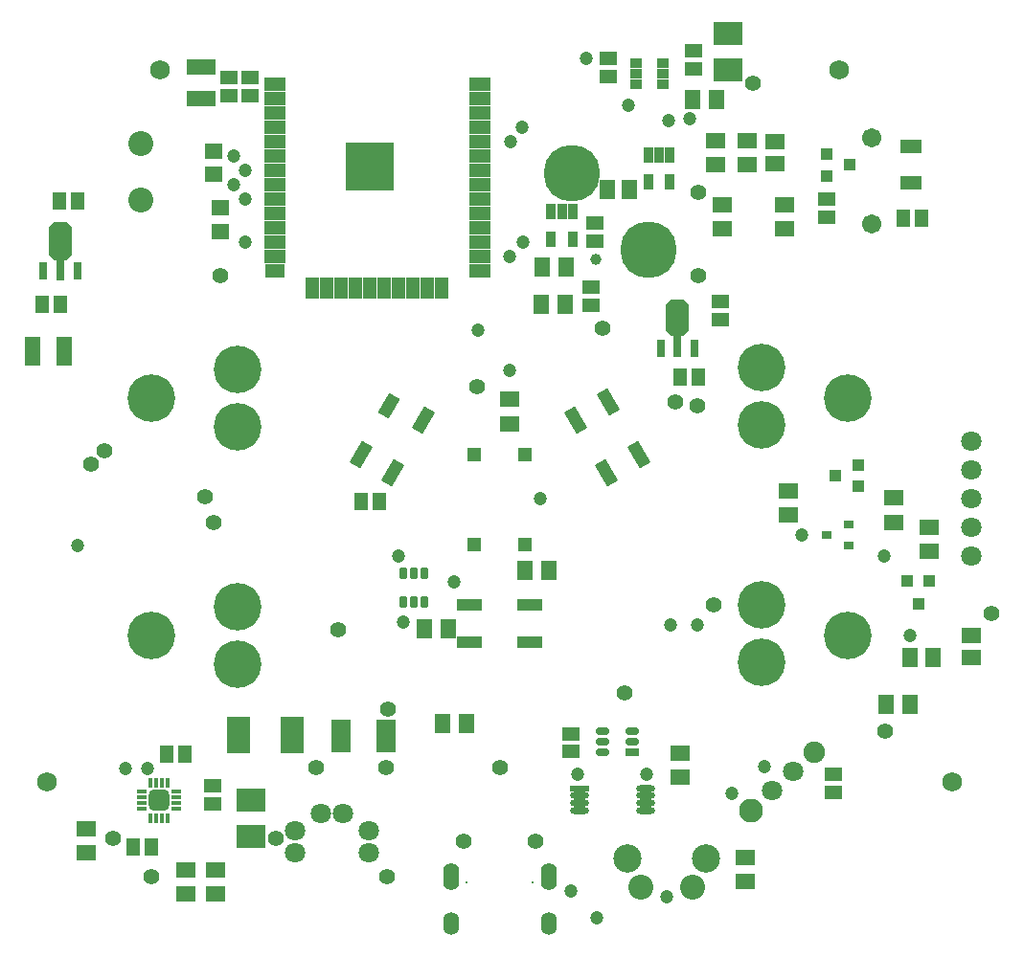
<source format=gts>
G04*
G04 #@! TF.GenerationSoftware,Altium Limited,Altium Designer,21.6.4 (81)*
G04*
G04 Layer_Color=8388736*
%FSLAX44Y44*%
%MOMM*%
G71*
G04*
G04 #@! TF.SameCoordinates,1D25D15E-8086-452C-9D9C-5104EB157640*
G04*
G04*
G04 #@! TF.FilePolarity,Negative*
G04*
G01*
G75*
%ADD15R,1.9032X1.2032*%
%ADD16R,1.2032X1.9032*%
%ADD17R,1.2032X1.9032*%
%ADD18R,4.3032X4.3032*%
%ADD19R,1.8032X1.2032*%
%ADD20R,0.9032X1.3532*%
G04:AMPARAMS|DCode=21|XSize=2.2032mm|YSize=1.1032mm|CornerRadius=0mm|HoleSize=0mm|Usage=FLASHONLY|Rotation=240.000|XOffset=0mm|YOffset=0mm|HoleType=Round|Shape=Rectangle|*
%AMROTATEDRECTD21*
4,1,4,0.0731,1.2298,1.0285,0.6782,-0.0731,-1.2298,-1.0285,-0.6782,0.0731,1.2298,0.0*
%
%ADD21ROTATEDRECTD21*%

G04:AMPARAMS|DCode=22|XSize=2.0032mm|YSize=1.1032mm|CornerRadius=0mm|HoleSize=0mm|Usage=FLASHONLY|Rotation=240.000|XOffset=0mm|YOffset=0mm|HoleType=Round|Shape=Rectangle|*
%AMROTATEDRECTD22*
4,1,4,0.0231,1.1432,0.9785,0.5916,-0.0231,-1.1432,-0.9785,-0.5916,0.0231,1.1432,0.0*
%
%ADD22ROTATEDRECTD22*%

G04:AMPARAMS|DCode=23|XSize=2.2032mm|YSize=1.1032mm|CornerRadius=0mm|HoleSize=0mm|Usage=FLASHONLY|Rotation=300.000|XOffset=0mm|YOffset=0mm|HoleType=Round|Shape=Rectangle|*
%AMROTATEDRECTD23*
4,1,4,-1.0285,0.6782,-0.0731,1.2298,1.0285,-0.6782,0.0731,-1.2298,-1.0285,0.6782,0.0*
%
%ADD23ROTATEDRECTD23*%

%ADD24R,1.6032X1.4032*%
%ADD25R,1.5532X1.1532*%
%ADD26R,1.7032X1.4532*%
%ADD27R,1.2032X1.3032*%
G04:AMPARAMS|DCode=28|XSize=0.7532mm|YSize=1.0032mm|CornerRadius=0.1511mm|HoleSize=0mm|Usage=FLASHONLY|Rotation=180.000|XOffset=0mm|YOffset=0mm|HoleType=Round|Shape=RoundedRectangle|*
%AMROUNDEDRECTD28*
21,1,0.7532,0.7010,0,0,180.0*
21,1,0.4510,1.0032,0,0,180.0*
1,1,0.3022,-0.2255,0.3505*
1,1,0.3022,0.2255,0.3505*
1,1,0.3022,0.2255,-0.3505*
1,1,0.3022,-0.2255,-0.3505*
%
%ADD28ROUNDEDRECTD28*%
%ADD29R,1.4032X2.5032*%
%ADD30R,2.5032X1.4032*%
%ADD31R,1.7032X1.4032*%
%ADD32R,2.5032X2.0032*%
%ADD33R,0.4532X0.9032*%
%ADD34R,0.9032X0.4532*%
G04:AMPARAMS|DCode=35|XSize=1.8832mm|YSize=1.8832mm|CornerRadius=0.5216mm|HoleSize=0mm|Usage=FLASHONLY|Rotation=180.000|XOffset=0mm|YOffset=0mm|HoleType=Round|Shape=RoundedRectangle|*
%AMROUNDEDRECTD35*
21,1,1.8832,0.8400,0,0,180.0*
21,1,0.8400,1.8832,0,0,180.0*
1,1,1.0432,-0.4200,0.4200*
1,1,1.0432,0.4200,0.4200*
1,1,1.0432,0.4200,-0.4200*
1,1,1.0432,-0.4200,-0.4200*
%
%ADD35ROUNDEDRECTD35*%
%ADD36R,1.2032X0.7032*%
%ADD37O,1.2032X0.7032*%
%ADD38R,0.8032X1.6032*%
%ADD39R,0.8032X2.0032*%
G04:AMPARAMS|DCode=40|XSize=2.1032mm|YSize=3.4032mm|CornerRadius=0mm|HoleSize=0mm|Usage=FLASHONLY|Rotation=180.000|XOffset=0mm|YOffset=0mm|HoleType=Round|Shape=Octagon|*
%AMOCTAGOND40*
4,1,8,0.5258,-1.7016,-0.5258,-1.7016,-1.0516,-1.1758,-1.0516,1.1758,-0.5258,1.7016,0.5258,1.7016,1.0516,1.1758,1.0516,-1.1758,0.5258,-1.7016,0.0*
%
%ADD40OCTAGOND40*%

%ADD41R,1.1032X0.8532*%
%ADD42R,1.4532X1.7032*%
%ADD43R,1.1532X1.5532*%
%ADD44R,1.4032X1.7032*%
G04:AMPARAMS|DCode=45|XSize=2.1032mm|YSize=3.2032mm|CornerRadius=0mm|HoleSize=0mm|Usage=FLASHONLY|Rotation=180.000|XOffset=0mm|YOffset=0mm|HoleType=Round|Shape=Octagon|*
%AMOCTAGOND45*
4,1,8,0.5258,-1.6016,-0.5258,-1.6016,-1.0516,-1.0758,-1.0516,1.0758,-0.5258,1.6016,0.5258,1.6016,1.0516,1.0758,1.0516,-1.0758,0.5258,-1.6016,0.0*
%
%ADD45OCTAGOND45*%

%ADD46R,0.9000X0.8000*%
%ADD47R,1.1032X1.0032*%
%ADD48R,1.0032X1.1032*%
%ADD49R,2.0032X3.2032*%
%ADD50R,1.7032X2.9032*%
%ADD51R,1.6532X0.6032*%
%ADD52O,1.6532X0.6032*%
%ADD53R,2.2032X1.1032*%
%ADD54C,1.7032*%
%ADD55C,1.8032*%
%ADD56C,2.1032*%
%ADD57C,1.9032*%
%ADD58C,2.5032*%
%ADD59C,2.2032*%
%ADD60C,4.2032*%
%ADD61C,5.0032*%
%ADD62O,1.4032X2.4032*%
%ADD63O,1.4032X2.0032*%
%ADD64C,0.2032*%
%ADD65C,1.7272*%
%ADD66C,1.4032*%
%ADD67C,1.2032*%
%ADD68C,1.0032*%
%ADD69C,1.6032*%
%ADD70C,3.7032*%
D15*
X511000Y995100D02*
D03*
Y982400D02*
D03*
Y969700D02*
D03*
Y957000D02*
D03*
Y944300D02*
D03*
Y931600D02*
D03*
Y918900D02*
D03*
Y906200D02*
D03*
Y893500D02*
D03*
Y880800D02*
D03*
Y868100D02*
D03*
Y855400D02*
D03*
X692500Y842700D02*
D03*
Y855400D02*
D03*
Y868100D02*
D03*
Y880800D02*
D03*
Y893500D02*
D03*
Y906200D02*
D03*
Y918900D02*
D03*
Y931600D02*
D03*
Y944300D02*
D03*
Y957000D02*
D03*
Y969700D02*
D03*
Y982400D02*
D03*
Y995100D02*
D03*
Y1007800D02*
D03*
X511000D02*
D03*
X1073420Y952530D02*
D03*
Y920530D02*
D03*
D16*
X544600Y827200D02*
D03*
X557300D02*
D03*
X582700D02*
D03*
X595400D02*
D03*
X608100D02*
D03*
X620800D02*
D03*
X633500D02*
D03*
X646200D02*
D03*
X658900D02*
D03*
D17*
X570000D02*
D03*
D18*
X595200Y934400D02*
D03*
D19*
X511500Y842700D02*
D03*
D20*
X774500Y895250D02*
D03*
X765000D02*
D03*
X755500D02*
D03*
Y870750D02*
D03*
X774500D02*
D03*
X860500Y920750D02*
D03*
X841500D02*
D03*
Y945250D02*
D03*
X851000D02*
D03*
X860500D02*
D03*
D21*
X615789Y663367D02*
D03*
X587211Y679867D02*
D03*
X642789Y710133D02*
D03*
D22*
X611961Y722736D02*
D03*
D23*
X805789Y726633D02*
D03*
X777211Y710133D02*
D03*
X804211Y663367D02*
D03*
X832789Y679867D02*
D03*
D24*
X457000Y948500D02*
D03*
Y927500D02*
D03*
X463000Y877500D02*
D03*
Y898500D02*
D03*
D25*
X1005250Y381000D02*
D03*
Y397000D02*
D03*
X806000Y1014000D02*
D03*
Y1030000D02*
D03*
X881000Y1021000D02*
D03*
Y1037000D02*
D03*
X999000Y906000D02*
D03*
Y890000D02*
D03*
X794000Y885000D02*
D03*
Y869000D02*
D03*
X791000Y828000D02*
D03*
Y812000D02*
D03*
X905000Y815000D02*
D03*
Y799000D02*
D03*
X489250Y997000D02*
D03*
Y1013000D02*
D03*
X471000Y997000D02*
D03*
Y1013000D02*
D03*
X456000Y371000D02*
D03*
Y387000D02*
D03*
X773250Y417000D02*
D03*
Y433000D02*
D03*
D26*
X927000Y323250D02*
D03*
Y302250D02*
D03*
X962000Y879500D02*
D03*
Y900500D02*
D03*
X929000Y957500D02*
D03*
Y936500D02*
D03*
X900750Y957250D02*
D03*
Y936250D02*
D03*
X907000Y900500D02*
D03*
Y879500D02*
D03*
X965000Y626500D02*
D03*
Y647500D02*
D03*
X1058000Y620000D02*
D03*
Y642000D02*
D03*
X1090000Y615500D02*
D03*
Y594500D02*
D03*
X345000Y348500D02*
D03*
Y327500D02*
D03*
X433000Y291500D02*
D03*
Y312500D02*
D03*
X459000Y291500D02*
D03*
Y312500D02*
D03*
X719000Y729000D02*
D03*
Y707000D02*
D03*
X869250Y415500D02*
D03*
Y394500D02*
D03*
D27*
X687500Y600500D02*
D03*
X732500D02*
D03*
Y679500D02*
D03*
X687500D02*
D03*
D28*
X624500Y574750D02*
D03*
X634000D02*
D03*
X643500D02*
D03*
Y549250D02*
D03*
X634000D02*
D03*
X624500D02*
D03*
D29*
X325000Y771000D02*
D03*
X297000D02*
D03*
D30*
X446000Y995000D02*
D03*
Y1023000D02*
D03*
D31*
X953000Y937000D02*
D03*
Y957000D02*
D03*
X1127000Y520000D02*
D03*
Y500000D02*
D03*
D32*
X912000Y1052375D02*
D03*
Y1020375D02*
D03*
X490000Y342000D02*
D03*
Y374000D02*
D03*
D33*
X416500Y389500D02*
D03*
X411500D02*
D03*
X406500D02*
D03*
X401500D02*
D03*
Y358500D02*
D03*
X406500D02*
D03*
X411500D02*
D03*
X416500D02*
D03*
D34*
X393500Y381500D02*
D03*
Y376500D02*
D03*
Y371500D02*
D03*
Y366500D02*
D03*
X424500Y381500D02*
D03*
Y376500D02*
D03*
Y371500D02*
D03*
Y366500D02*
D03*
D35*
X409000Y374000D02*
D03*
D36*
X827250Y416500D02*
D03*
D37*
Y426000D02*
D03*
Y435500D02*
D03*
X801250Y416500D02*
D03*
Y426000D02*
D03*
Y435500D02*
D03*
D38*
X306750Y842000D02*
D03*
X336750D02*
D03*
X882250Y774000D02*
D03*
X852250D02*
D03*
D39*
X321750Y844000D02*
D03*
X867250Y776000D02*
D03*
D40*
X321750Y869000D02*
D03*
D41*
X854250Y1026500D02*
D03*
Y1017000D02*
D03*
Y1007500D02*
D03*
X830250D02*
D03*
Y1017000D02*
D03*
Y1026500D02*
D03*
D42*
X880500Y994000D02*
D03*
X901500D02*
D03*
X768500Y846000D02*
D03*
X747500D02*
D03*
X747000Y813000D02*
D03*
X768000D02*
D03*
X1093500Y500000D02*
D03*
X1072500D02*
D03*
Y459000D02*
D03*
X1051500D02*
D03*
X680500Y442000D02*
D03*
X659500D02*
D03*
X664500Y526000D02*
D03*
X643500D02*
D03*
X732250Y577500D02*
D03*
X753250D02*
D03*
D43*
X1083000Y889000D02*
D03*
X1067000D02*
D03*
X885250Y748250D02*
D03*
X869250D02*
D03*
X337000Y904000D02*
D03*
X321000D02*
D03*
X321750Y812750D02*
D03*
X305750D02*
D03*
X402000Y333000D02*
D03*
X386000D02*
D03*
X432000Y415000D02*
D03*
X416000D02*
D03*
X604000Y638000D02*
D03*
X588000Y638000D02*
D03*
D44*
X824500Y914000D02*
D03*
X805500D02*
D03*
D45*
X867250Y801000D02*
D03*
D46*
X1018750Y599250D02*
D03*
Y618250D02*
D03*
X998750Y608750D02*
D03*
D47*
X1007000Y661000D02*
D03*
X1027000Y670500D02*
D03*
Y651500D02*
D03*
X999000Y945500D02*
D03*
Y926500D02*
D03*
X1019000Y936000D02*
D03*
D48*
X1080000Y548000D02*
D03*
X1070500Y568000D02*
D03*
X1089500D02*
D03*
D49*
X527000Y432000D02*
D03*
X479000D02*
D03*
D50*
X570000Y431000D02*
D03*
X610000D02*
D03*
D51*
X780250Y384500D02*
D03*
D52*
Y378000D02*
D03*
Y371500D02*
D03*
Y365000D02*
D03*
X839250Y384500D02*
D03*
Y378000D02*
D03*
Y371500D02*
D03*
Y365000D02*
D03*
D53*
X683000Y546500D02*
D03*
Y513500D02*
D03*
X737000D02*
D03*
Y546500D02*
D03*
D54*
X1038500Y883650D02*
D03*
Y959850D02*
D03*
D55*
X551750Y362112D02*
D03*
X571750Y362000D02*
D03*
X529250Y347500D02*
D03*
Y327500D02*
D03*
X594250D02*
D03*
Y347500D02*
D03*
X951000Y382250D02*
D03*
X969576Y399573D02*
D03*
X1126750Y692050D02*
D03*
X1127000Y641250D02*
D03*
Y666650D02*
D03*
Y615850D02*
D03*
Y590450D02*
D03*
D56*
X932424Y364927D02*
D03*
D57*
X988128Y416189D02*
D03*
D58*
X822750Y322500D02*
D03*
X892750D02*
D03*
D59*
X835250Y297500D02*
D03*
X880250D02*
D03*
X393000Y905000D02*
D03*
Y955000D02*
D03*
D60*
X402500Y730000D02*
D03*
Y520000D02*
D03*
X478700Y494600D02*
D03*
Y545400D02*
D03*
Y704600D02*
D03*
Y755400D02*
D03*
X1017500Y520000D02*
D03*
X941300Y546767D02*
D03*
Y495967D02*
D03*
Y705967D02*
D03*
Y756767D02*
D03*
X1017500Y730000D02*
D03*
D61*
X841500Y860950D02*
D03*
X773950Y928500D02*
D03*
D62*
X666800Y306500D02*
D03*
X753200D02*
D03*
D63*
X666800Y264700D02*
D03*
X753200D02*
D03*
D64*
X738900Y301250D02*
D03*
X681100D02*
D03*
D65*
X1010000Y1020000D02*
D03*
X410000D02*
D03*
X1110000Y390000D02*
D03*
X310000D02*
D03*
D66*
X449500Y643000D02*
D03*
X457100Y620000D02*
D03*
X361100Y683000D02*
D03*
X349000Y671608D02*
D03*
X548000Y403000D02*
D03*
X610000D02*
D03*
X611000Y455000D02*
D03*
X610398Y306500D02*
D03*
X512250Y340000D02*
D03*
X885163Y722806D02*
D03*
X899000Y546806D02*
D03*
X567000Y525000D02*
D03*
X820163Y468806D02*
D03*
X1051000Y435000D02*
D03*
X885650Y911750D02*
D03*
X800647Y791225D02*
D03*
X690000Y740000D02*
D03*
X885647Y838225D02*
D03*
X933647Y1008225D02*
D03*
X678000Y338000D02*
D03*
X742000D02*
D03*
X710250Y403000D02*
D03*
X368000Y340000D02*
D03*
X463000Y838000D02*
D03*
X1145094Y539003D02*
D03*
X865163Y726806D02*
D03*
X402000Y306500D02*
D03*
D67*
X915000Y380000D02*
D03*
X944000Y404000D02*
D03*
X857750Y289000D02*
D03*
X796000Y270000D02*
D03*
X773000Y294000D02*
D03*
X398551Y402500D02*
D03*
X485000Y906200D02*
D03*
Y931600D02*
D03*
Y868100D02*
D03*
X861000Y528888D02*
D03*
X859000Y975000D02*
D03*
X824000Y988444D02*
D03*
X885000Y528888D02*
D03*
X1050000Y590000D02*
D03*
X1072500Y519888D02*
D03*
X720000Y957000D02*
D03*
X730000Y969700D02*
D03*
X731000Y868100D02*
D03*
X719000Y855400D02*
D03*
X877850Y976680D02*
D03*
X786921Y1030249D02*
D03*
X475000Y944300D02*
D03*
Y918900D02*
D03*
X690538Y789690D02*
D03*
X779250Y397000D02*
D03*
X337000Y599100D02*
D03*
X719000Y754400D02*
D03*
X977000Y609000D02*
D03*
X669500Y567640D02*
D03*
X839801Y397449D02*
D03*
X379551Y402500D02*
D03*
X621000Y590000D02*
D03*
X624500Y531640D02*
D03*
X746000Y641000D02*
D03*
D68*
X795000Y852500D02*
D03*
D69*
X409000Y374000D02*
D03*
D70*
X595200Y934400D02*
D03*
M02*

</source>
